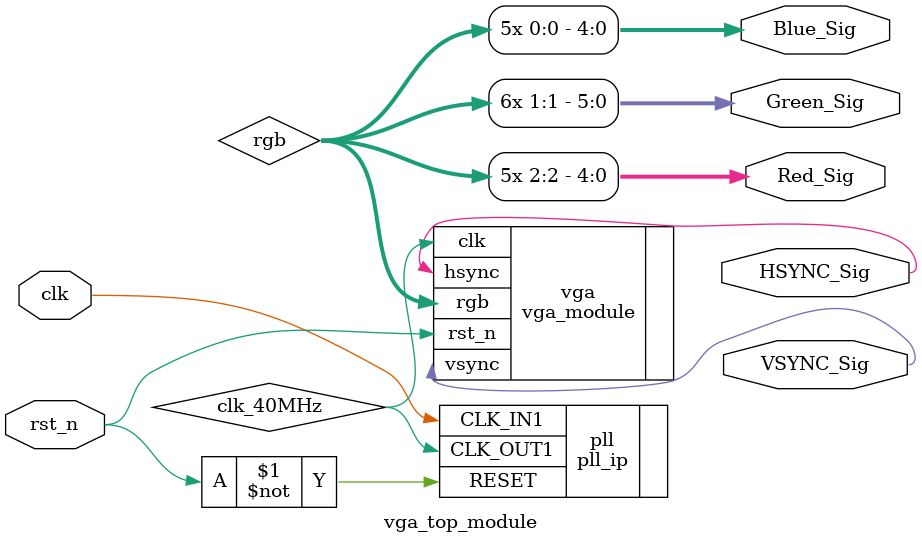
<source format=v>


module vga_top_module
(
    input clk,
    input rst_n,
    output VSYNC_Sig,
    output HSYNC_Sig,
    output [4:0] Red_Sig,
    output [5:0] Green_Sig,
    output [4:0] Blue_Sig
);
    
    wire clk_40MHz;
    
    pll_ip pll
    (
        .CLK_IN1(clk),
        .CLK_OUT1(clk_40MHz),
        .RESET(~rst_n)
    );
    
    
    wire [2:0] rgb;
    
    vga_module vga
    (
        .clk(clk_40MHz),
        .rst_n(rst_n),
        .hsync(HSYNC_Sig),
        .vsync(VSYNC_Sig),
        .rgb(rgb)
    );
    
    assign Red_Sig   = {5{rgb[2]}};
    assign Green_Sig = {6{rgb[1]}};
    assign Blue_Sig  = {5{rgb[0]}};
    
    
    
endmodule



</source>
